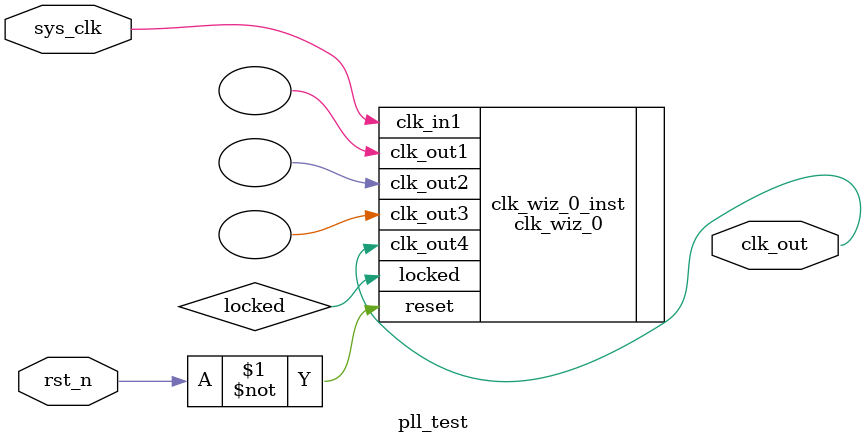
<source format=v>
`timescale 1ns / 1ps
                        
//================================================================================
//  Revision History:
 //  Date          By            Revision    Change Description
//--------------------------------------------------------------------------------
//  2018/01/03     lhj          1.0         Original
//*******************************************************************************/
//////////////////////////////////////////////////////////////////////////////////
module pll_test(
 input      sys_clk,            //system clock 50Mhz on board
input       rst_n,             //reset ,low active
output      clk_out           //pll clock output J8_Pin3

    );
    
wire        locked;


/////////////////////PLL IP call////////////////////////////
clk_wiz_0 clk_wiz_0_inst
   (// Clock in ports
    .clk_in1(sys_clk),            // IN 50Mhz
    // Clock out ports
    .clk_out1(),                // OUT 200Mhz
    .clk_out2(),               // OUT 100Mhz
    .clk_out3(),              // OUT 50Mhz
    .clk_out4(clk_out),    // OUT 25Mhz	 
    // Status and control signals	 
    .reset(~rst_n),        // pll reset, high-active
    .locked(locked));     // OUT

 

endmodule

</source>
